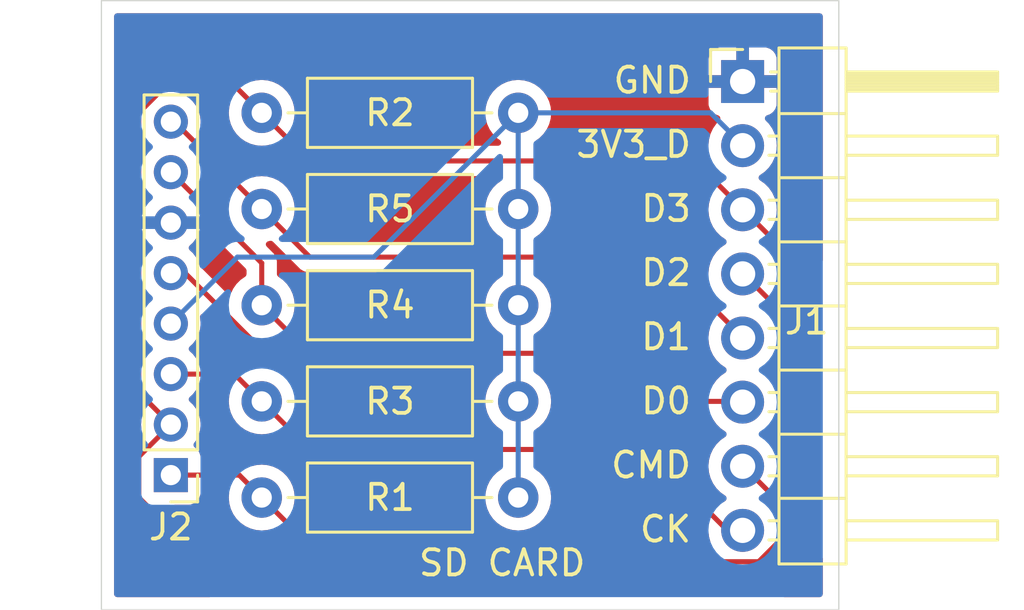
<source format=kicad_pcb>
(kicad_pcb (version 20240108) (generator "pcbnew") (generator_version "8.0")
  (layers (0 "F.Cu" signal) (31 "B.Cu" signal) (34 "B.Paste" user) (35 "F.Paste" user) (36 "B.SilkS" user "B.Silkscreen") (37 "F.SilkS" user "F.Silkscreen") (38 "B.Mask" user) (39 "F.Mask" user) (44 "Edge.Cuts" user))
  (net 0 "")
  (net 1 "SDMMC1_CMD")
  (net 2 "SDMMC1_D1")
  (net 3 "GND")
  (net 4 "SDMMC1_D0")
  (net 5 "SDMMC1_CK")
  (net 6 "SDMMC1_D3")
  (net 7 "SDMMC1_D2")
  (net 8 "3V3_D")
  (footprint "Resistor_THT:R_Axial_DIN0207_L6.3mm_D2.5mm_P10.16mm_Horizontal" (layer "F.Cu") (at 105.41 78.74)
    (property "Reference" "R5" (at 5.08 0 0) (layer "F.SilkS"))
    (property "Value" "47KΩ")
    (fp_line (start 1.04 0) (end 1.81 0) (stroke (width 0.12)) (layer "F.SilkS"))
    (fp_line (start 1.81 -1.37) (end 1.81 1.37) (stroke (width 0.12)) (layer "F.SilkS"))
    (fp_line (start 1.81 1.37) (end 8.35 1.37) (stroke (width 0.12)) (layer "F.SilkS"))
    (fp_line (start 8.35 -1.37) (end 1.81 -1.37) (stroke (width 0.12)) (layer "F.SilkS"))
    (fp_line (start 8.35 1.37) (end 8.35 -1.37) (stroke (width 0.12)) (layer "F.SilkS"))
    (fp_line (start 9.12 0) (end 8.35 0) (stroke (width 0.12)) (layer "F.SilkS"))
    (pad "1" thru_hole circle (at 0 0) (size 1.6 1.6) (drill 0.8) (layers "*.Cu" "*.Mask") (net 2 "SDMMC1_D1"))
    (pad "2" thru_hole oval (at 10.16 0) (size 1.6 1.6) (drill 0.8) (layers "*.Cu" "*.Mask") (net 8 "3V3_D"))
  )
  (footprint "Connector_PinHeader_2.00mm:PinHeader_1x08_P2.00mm_Vertical" (layer "F.Cu") (at 101.81 89.28 180)
    (property "Reference" "J2" (at 0 -2.06 180) (layer "F.SilkS"))
    (property "Value" "Conn_01x08_Male")
    (fp_line (start 1.06 1) (end 1.06 15.06) (stroke (width 0.12)) (layer "F.SilkS"))
    (fp_line (start -1.06 15.06) (end 1.06 15.06) (stroke (width 0.12)) (layer "F.SilkS"))
    (fp_line (start -1.06 1) (end 1.06 1) (stroke (width 0.12)) (layer "F.SilkS"))
    (fp_line (start -1.06 1) (end -1.06 15.06) (stroke (width 0.12)) (layer "F.SilkS"))
    (fp_line (start -1.06 0) (end -1.06 -1.06) (stroke (width 0.12)) (layer "F.SilkS"))
    (fp_line (start -1.06 -1.06) (end 0 -1.06) (stroke (width 0.12)) (layer "F.SilkS"))
    (pad "1" thru_hole rect (at 0 0 180) (size 1.35 1.35) (drill 0.8) (layers "*.Cu" "*.Mask") (net 7 "SDMMC1_D2"))
    (pad "2" thru_hole oval (at 0 2 180) (size 1.35 1.35) (drill 0.8) (layers "*.Cu" "*.Mask") (net 6 "SDMMC1_D3"))
    (pad "3" thru_hole oval (at 0 4 180) (size 1.35 1.35) (drill 0.8) (layers "*.Cu" "*.Mask") (net 1 "SDMMC1_CMD"))
    (pad "4" thru_hole oval (at 0 6 180) (size 1.35 1.35) (drill 0.8) (layers "*.Cu" "*.Mask") (net 8 "3V3_D"))
    (pad "5" thru_hole oval (at 0 8 180) (size 1.35 1.35) (drill 0.8) (layers "*.Cu" "*.Mask") (net 5 "SDMMC1_CK"))
    (pad "6" thru_hole oval (at 0 10 180) (size 1.35 1.35) (drill 0.8) (layers "*.Cu" "*.Mask") (net 3 "GND"))
    (pad "7" thru_hole oval (at 0 12 180) (size 1.35 1.35) (drill 0.8) (layers "*.Cu" "*.Mask") (net 4 "SDMMC1_D0"))
    (pad "8" thru_hole oval (at 0 14 180) (size 1.35 1.35) (drill 0.8) (layers "*.Cu" "*.Mask") (net 2 "SDMMC1_D1"))
  )
  (footprint "Resistor_THT:R_Axial_DIN0207_L6.3mm_D2.5mm_P10.16mm_Horizontal" (layer "F.Cu") (at 105.41 90.17)
    (property "Reference" "R1" (at 5.08 0 0) (layer "F.SilkS"))
    (property "Value" "47KΩ")
    (fp_line (start 1.04 0) (end 1.81 0) (stroke (width 0.12)) (layer "F.SilkS"))
    (fp_line (start 1.81 -1.37) (end 1.81 1.37) (stroke (width 0.12)) (layer "F.SilkS"))
    (fp_line (start 1.81 1.37) (end 8.35 1.37) (stroke (width 0.12)) (layer "F.SilkS"))
    (fp_line (start 8.35 -1.37) (end 1.81 -1.37) (stroke (width 0.12)) (layer "F.SilkS"))
    (fp_line (start 8.35 1.37) (end 8.35 -1.37) (stroke (width 0.12)) (layer "F.SilkS"))
    (fp_line (start 9.12 0) (end 8.35 0) (stroke (width 0.12)) (layer "F.SilkS"))
    (pad "1" thru_hole circle (at 0 0) (size 1.6 1.6) (drill 0.8) (layers "*.Cu" "*.Mask") (net 7 "SDMMC1_D2"))
    (pad "2" thru_hole oval (at 10.16 0) (size 1.6 1.6) (drill 0.8) (layers "*.Cu" "*.Mask") (net 8 "3V3_D"))
  )
  (footprint "Resistor_THT:R_Axial_DIN0207_L6.3mm_D2.5mm_P10.16mm_Horizontal" (layer "F.Cu") (at 105.41 82.55)
    (property "Reference" "R4" (at 5.08 0 0) (layer "F.SilkS"))
    (property "Value" "47KΩ")
    (fp_line (start 1.04 0) (end 1.81 0) (stroke (width 0.12)) (layer "F.SilkS"))
    (fp_line (start 1.81 -1.37) (end 1.81 1.37) (stroke (width 0.12)) (layer "F.SilkS"))
    (fp_line (start 1.81 1.37) (end 8.35 1.37) (stroke (width 0.12)) (layer "F.SilkS"))
    (fp_line (start 8.35 -1.37) (end 1.81 -1.37) (stroke (width 0.12)) (layer "F.SilkS"))
    (fp_line (start 8.35 1.37) (end 8.35 -1.37) (stroke (width 0.12)) (layer "F.SilkS"))
    (fp_line (start 9.12 0) (end 8.35 0) (stroke (width 0.12)) (layer "F.SilkS"))
    (pad "1" thru_hole circle (at 0 0) (size 1.6 1.6) (drill 0.8) (layers "*.Cu" "*.Mask") (net 4 "SDMMC1_D0"))
    (pad "2" thru_hole oval (at 10.16 0) (size 1.6 1.6) (drill 0.8) (layers "*.Cu" "*.Mask") (net 8 "3V3_D"))
  )
  (footprint "Resistor_THT:R_Axial_DIN0207_L6.3mm_D2.5mm_P10.16mm_Horizontal" (layer "F.Cu") (at 105.41 86.36)
    (property "Reference" "R3" (at 5.08 0 0) (layer "F.SilkS"))
    (property "Value" "47KΩ")
    (fp_line (start 1.04 0) (end 1.81 0) (stroke (width 0.12)) (layer "F.SilkS"))
    (fp_line (start 1.81 -1.37) (end 1.81 1.37) (stroke (width 0.12)) (layer "F.SilkS"))
    (fp_line (start 1.81 1.37) (end 8.35 1.37) (stroke (width 0.12)) (layer "F.SilkS"))
    (fp_line (start 8.35 -1.37) (end 1.81 -1.37) (stroke (width 0.12)) (layer "F.SilkS"))
    (fp_line (start 8.35 1.37) (end 8.35 -1.37) (stroke (width 0.12)) (layer "F.SilkS"))
    (fp_line (start 9.12 0) (end 8.35 0) (stroke (width 0.12)) (layer "F.SilkS"))
    (pad "1" thru_hole circle (at 0 0) (size 1.6 1.6) (drill 0.8) (layers "*.Cu" "*.Mask") (net 1 "SDMMC1_CMD"))
    (pad "2" thru_hole oval (at 10.16 0) (size 1.6 1.6) (drill 0.8) (layers "*.Cu" "*.Mask") (net 8 "3V3_D"))
  )
  (footprint "Connector_PinHeader_2.54mm:PinHeader_1x08_P2.54mm_Horizontal" (layer "F.Cu") (at 124.46 73.69)
    (property "Reference" "J1" (at 2.54 9.495 0) (layer "F.SilkS"))
    (property "Value" "Conn_01x08_Male")
    (fp_line (start -1.27 -1.27) (end 0 -1.27) (stroke (width 0.12)) (layer "F.SilkS"))
    (fp_line (start -1.27 0) (end -1.27 -1.27) (stroke (width 0.12)) (layer "F.SilkS"))
    (fp_line (start 1.042929 2.16) (end 1.44 2.16) (stroke (width 0.12)) (layer "F.SilkS"))
    (fp_line (start 1.042929 2.92) (end 1.44 2.92) (stroke (width 0.12)) (layer "F.SilkS"))
    (fp_line (start 1.042929 4.7) (end 1.44 4.7) (stroke (width 0.12)) (layer "F.SilkS"))
    (fp_line (start 1.042929 5.46) (end 1.44 5.46) (stroke (width 0.12)) (layer "F.SilkS"))
    (fp_line (start 1.042929 7.24) (end 1.44 7.24) (stroke (width 0.12)) (layer "F.SilkS"))
    (fp_line (start 1.042929 8) (end 1.44 8) (stroke (width 0.12)) (layer "F.SilkS"))
    (fp_line (start 1.042929 9.78) (end 1.44 9.78) (stroke (width 0.12)) (layer "F.SilkS"))
    (fp_line (start 1.042929 10.54) (end 1.44 10.54) (stroke (width 0.12)) (layer "F.SilkS"))
    (fp_line (start 1.042929 12.32) (end 1.44 12.32) (stroke (width 0.12)) (layer "F.SilkS"))
    (fp_line (start 1.042929 13.08) (end 1.44 13.08) (stroke (width 0.12)) (layer "F.SilkS"))
    (fp_line (start 1.042929 14.86) (end 1.44 14.86) (stroke (width 0.12)) (layer "F.SilkS"))
    (fp_line (start 1.042929 15.62) (end 1.44 15.62) (stroke (width 0.12)) (layer "F.SilkS"))
    (fp_line (start 1.042929 17.4) (end 1.44 17.4) (stroke (width 0.12)) (layer "F.SilkS"))
    (fp_line (start 1.042929 18.16) (end 1.44 18.16) (stroke (width 0.12)) (layer "F.SilkS"))
    (fp_line (start 1.11 -0.38) (end 1.44 -0.38) (stroke (width 0.12)) (layer "F.SilkS"))
    (fp_line (start 1.11 0.38) (end 1.44 0.38) (stroke (width 0.12)) (layer "F.SilkS"))
    (fp_line (start 1.44 -1.33) (end 1.44 19.11) (stroke (width 0.12)) (layer "F.SilkS"))
    (fp_line (start 1.44 1.27) (end 4.1 1.27) (stroke (width 0.12)) (layer "F.SilkS"))
    (fp_line (start 1.44 3.81) (end 4.1 3.81) (stroke (width 0.12)) (layer "F.SilkS"))
    (fp_line (start 1.44 6.35) (end 4.1 6.35) (stroke (width 0.12)) (layer "F.SilkS"))
    (fp_line (start 1.44 8.89) (end 4.1 8.89) (stroke (width 0.12)) (layer "F.SilkS"))
    (fp_line (start 1.44 11.43) (end 4.1 11.43) (stroke (width 0.12)) (layer "F.SilkS"))
    (fp_line (start 1.44 13.97) (end 4.1 13.97) (stroke (width 0.12)) (layer "F.SilkS"))
    (fp_line (start 1.44 16.51) (end 4.1 16.51) (stroke (width 0.12)) (layer "F.SilkS"))
    (fp_line (start 1.44 19.11) (end 4.1 19.11) (stroke (width 0.12)) (layer "F.SilkS"))
    (fp_line (start 4.1 -1.33) (end 1.44 -1.33) (stroke (width 0.12)) (layer "F.SilkS"))
    (fp_line (start 4.1 -0.38) (end 10.1 -0.38) (stroke (width 0.12)) (layer "F.SilkS"))
    (fp_line (start 4.1 -0.32) (end 10.1 -0.32) (stroke (width 0.12)) (layer "F.SilkS"))
    (fp_line (start 4.1 -0.2) (end 10.1 -0.2) (stroke (width 0.12)) (layer "F.SilkS"))
    (fp_line (start 4.1 -0.08) (end 10.1 -0.08) (stroke (width 0.12)) (layer "F.SilkS"))
    (fp_line (start 4.1 0.04) (end 10.1 0.04) (stroke (width 0.12)) (layer "F.SilkS"))
    (fp_line (start 4.1 0.16) (end 10.1 0.16) (stroke (width 0.12)) (layer "F.SilkS"))
    (fp_line (start 4.1 0.28) (end 10.1 0.28) (stroke (width 0.12)) (layer "F.SilkS"))
    (fp_line (start 4.1 2.16) (end 10.1 2.16) (stroke (width 0.12)) (layer "F.SilkS"))
    (fp_line (start 4.1 4.7) (end 10.1 4.7) (stroke (width 0.12)) (layer "F.SilkS"))
    (fp_line (start 4.1 7.24) (end 10.1 7.24) (stroke (width 0.12)) (layer "F.SilkS"))
    (fp_line (start 4.1 9.78) (end 10.1 9.78) (stroke (width 0.12)) (layer "F.SilkS"))
    (fp_line (start 4.1 12.32) (end 10.1 12.32) (stroke (width 0.12)) (layer "F.SilkS"))
    (fp_line (start 4.1 14.86) (end 10.1 14.86) (stroke (width 0.12)) (layer "F.SilkS"))
    (fp_line (start 4.1 17.4) (end 10.1 17.4) (stroke (width 0.12)) (layer "F.SilkS"))
    (fp_line (start 4.1 19.11) (end 4.1 -1.33) (stroke (width 0.12)) (layer "F.SilkS"))
    (fp_line (start 10.1 -0.38) (end 10.1 0.38) (stroke (width 0.12)) (layer "F.SilkS"))
    (fp_line (start 10.1 0.38) (end 4.1 0.38) (stroke (width 0.12)) (layer "F.SilkS"))
    (fp_line (start 10.1 2.16) (end 10.1 2.92) (stroke (width 0.12)) (layer "F.SilkS"))
    (fp_line (start 10.1 2.92) (end 4.1 2.92) (stroke (width 0.12)) (layer "F.SilkS"))
    (fp_line (start 10.1 4.7) (end 10.1 5.46) (stroke (width 0.12)) (layer "F.SilkS"))
    (fp_line (start 10.1 5.46) (end 4.1 5.46) (stroke (width 0.12)) (layer "F.SilkS"))
    (fp_line (start 10.1 7.24) (end 10.1 8) (stroke (width 0.12)) (layer "F.SilkS"))
    (fp_line (start 10.1 8) (end 4.1 8) (stroke (width 0.12)) (layer "F.SilkS"))
    (fp_line (start 10.1 9.78) (end 10.1 10.54) (stroke (width 0.12)) (layer "F.SilkS"))
    (fp_line (start 10.1 10.54) (end 4.1 10.54) (stroke (width 0.12)) (layer "F.SilkS"))
    (fp_line (start 10.1 12.32) (end 10.1 13.08) (stroke (width 0.12)) (layer "F.SilkS"))
    (fp_line (start 10.1 13.08) (end 4.1 13.08) (stroke (width 0.12)) (layer "F.SilkS"))
    (fp_line (start 10.1 14.86) (end 10.1 15.62) (stroke (width 0.12)) (layer "F.SilkS"))
    (fp_line (start 10.1 15.62) (end 4.1 15.62) (stroke (width 0.12)) (layer "F.SilkS"))
    (fp_line (start 10.1 17.4) (end 10.1 18.16) (stroke (width 0.12)) (layer "F.SilkS"))
    (fp_line (start 10.1 18.16) (end 4.1 18.16) (stroke (width 0.12)) (layer "F.SilkS"))
    (pad "1" thru_hole rect (at 0 0) (size 1.7 1.7) (drill 1) (layers "*.Cu" "*.Mask") (net 3 "GND"))
    (pad "2" thru_hole oval (at 0 2.54) (size 1.7 1.7) (drill 1) (layers "*.Cu" "*.Mask") (net 8 "3V3_D"))
    (pad "3" thru_hole oval (at 0 5.08) (size 1.7 1.7) (drill 1) (layers "*.Cu" "*.Mask") (net 6 "SDMMC1_D3"))
    (pad "4" thru_hole oval (at 0 7.62) (size 1.7 1.7) (drill 1) (layers "*.Cu" "*.Mask") (net 7 "SDMMC1_D2"))
    (pad "5" thru_hole oval (at 0 10.16) (size 1.7 1.7) (drill 1) (layers "*.Cu" "*.Mask") (net 2 "SDMMC1_D1"))
    (pad "6" thru_hole oval (at 0 12.7) (size 1.7 1.7) (drill 1) (layers "*.Cu" "*.Mask") (net 4 "SDMMC1_D0"))
    (pad "7" thru_hole oval (at 0 15.24) (size 1.7 1.7) (drill 1) (layers "*.Cu" "*.Mask") (net 1 "SDMMC1_CMD"))
    (pad "8" thru_hole oval (at 0 17.78) (size 1.7 1.7) (drill 1) (layers "*.Cu" "*.Mask") (net 5 "SDMMC1_CK"))
  )
  (footprint "Resistor_THT:R_Axial_DIN0207_L6.3mm_D2.5mm_P10.16mm_Horizontal" (layer "F.Cu") (at 105.41 74.93)
    (property "Reference" "R2" (at 5.08 0 0) (layer "F.SilkS"))
    (property "Value" "47KΩ")
    (fp_line (start 1.04 0) (end 1.81 0) (stroke (width 0.12)) (layer "F.SilkS"))
    (fp_line (start 1.81 -1.37) (end 1.81 1.37) (stroke (width 0.12)) (layer "F.SilkS"))
    (fp_line (start 1.81 1.37) (end 8.35 1.37) (stroke (width 0.12)) (layer "F.SilkS"))
    (fp_line (start 8.35 -1.37) (end 1.81 -1.37) (stroke (width 0.12)) (layer "F.SilkS"))
    (fp_line (start 8.35 1.37) (end 8.35 -1.37) (stroke (width 0.12)) (layer "F.SilkS"))
    (fp_line (start 9.12 0) (end 8.35 0) (stroke (width 0.12)) (layer "F.SilkS"))
    (pad "1" thru_hole circle (at 0 0) (size 1.6 1.6) (drill 0.8) (layers "*.Cu" "*.Mask") (net 6 "SDMMC1_D3"))
    (pad "2" thru_hole oval (at 10.16 0) (size 1.6 1.6) (drill 0.8) (layers "*.Cu" "*.Mask") (net 8 "3V3_D"))
  )
  (gr_rect (start 99.06 70.485) (end 128.27 94.615) (stroke (width 0.05)) (fill none) (layer "Edge.Cuts"))
  (gr_text "D0" (at 120.352619 86.928499 0) (layer "F.SilkS") (effects (font (size 1 1)) (justify left bottom)))
  (gr_text "SD CARD" (at 114.935 93.345 0) (layer "F.SilkS") (effects (font (size 1 1)) (justify bottom)))
  (gr_text "CMD" (at 119.162143 89.468499 0) (layer "F.SilkS") (effects (font (size 1 1)) (justify left bottom)))
  (gr_text "D1" (at 120.352619 84.388499 0) (layer "F.SilkS") (effects (font (size 1 1)) (justify left bottom)))
  (gr_text "CK" (at 120.305 92.0085 0) (layer "F.SilkS") (effects (font (size 1 1)) (justify left bottom)))
  (gr_text "D3" (at 120.352619 79.308499 0) (layer "F.SilkS") (effects (font (size 1 1)) (justify left bottom)))
  (gr_text "3V3_D" (at 117.78119 76.7685 0) (layer "F.SilkS") (effects (font (size 1 1)) (justify left bottom)))
  (gr_text "GND" (at 119.257381 74.228499 0) (layer "F.SilkS") (effects (font (size 1 1)) (justify left bottom)))
  (gr_text "D2" (at 120.352619 81.848499 0) (layer "F.SilkS") (effects (font (size 1 1)) (justify left bottom)))
  (segment (start 105.41 86.36) (end 104.33 85.28) (width 0.2) (layer "F.Cu") (net 1))
  (segment (start 102.44 85.28) (end 101.81 85.28) (width 0.2) (layer "F.Cu") (net 1))
  (segment (start 104.33 85.28) (end 101.81 85.28) (width 0.2) (layer "F.Cu") (net 1))
  (segment (start 111.76 92.71) (end 105.41 86.36) (width 0.2) (layer "F.Cu") (net 1))
  (segment (start 126.2 90.64) (end 126.2 91.605) (width 0.2) (layer "F.Cu") (net 1))
  (segment (start 125.095 92.71) (end 111.76 92.71) (width 0.2) (layer "F.Cu") (net 1))
  (segment (start 124.46 88.9) (end 126.2 90.64) (width 0.2) (layer "F.Cu") (net 1))
  (segment (start 126.2 91.605) (end 125.095 92.71) (width 0.2) (layer "F.Cu") (net 1))
  (segment (start 101.95 75.28) (end 101.81 75.28) (width 0.2) (layer "F.Cu") (net 2))
  (segment (start 124.46 83.82) (end 121.285 80.645) (width 0.2) (layer "F.Cu") (net 2))
  (segment (start 105.41 78.74) (end 101.95 75.28) (width 0.2) (layer "F.Cu") (net 2))
  (segment (start 107.315 80.645) (end 105.41 78.74) (width 0.2) (layer "F.Cu") (net 2))
  (segment (start 124.46 83.82) (end 124.444365 83.82) (width 0.2) (layer "F.Cu") (net 2))
  (segment (start 121.285 80.645) (end 107.315 80.645) (width 0.2) (layer "F.Cu") (net 2))
  (segment (start 124.46 86.36) (end 122.934365 86.36) (width 0.2) (layer "F.Cu") (net 4))
  (segment (start 122.934365 86.36) (end 121.029365 84.455) (width 0.2) (layer "F.Cu") (net 4))
  (segment (start 107.315 84.455) (end 105.41 82.55) (width 0.2) (layer "F.Cu") (net 4))
  (segment (start 121.029365 84.455) (end 107.315 84.455) (width 0.2) (layer "F.Cu") (net 4))
  (segment (start 105.41 80.88) (end 105.41 82.55) (width 0.2) (layer "F.Cu") (net 4))
  (segment (start 101.81 77.28) (end 105.41 80.88) (width 0.2) (layer "F.Cu") (net 4))
  (segment (start 120.65 88.265) (end 109.360686 88.265) (width 0.2) (layer "F.Cu") (net 5))
  (segment (start 102.375686 81.28) (end 101.81 81.28) (width 0.2) (layer "F.Cu") (net 5))
  (segment (start 124.46 91.44) (end 123.825 91.44) (width 0.2) (layer "F.Cu") (net 5))
  (segment (start 109.360686 88.265) (end 102.375686 81.28) (width 0.2) (layer "F.Cu") (net 5))
  (segment (start 123.825 91.44) (end 120.65 88.265) (width 0.2) (layer "F.Cu") (net 5))
  (segment (start 100.54 86.01) (end 101.81 87.28) (width 0.2) (layer "F.Cu") (net 6))
  (segment (start 104.14 73.66) (end 101.81 73.66) (width 0.2) (layer "F.Cu") (net 6))
  (segment (start 105.41 93.51) (end 103.88 93.51) (width 0.2) (layer "F.Cu") (net 6))
  (segment (start 100.54 90.17) (end 100.54 88.55) (width 0.2) (layer "F.Cu") (net 6))
  (segment (start 127 92.075) (end 125.565 93.51) (width 0.2) (layer "F.Cu") (net 6))
  (segment (start 107.315 76.835) (end 122.555 76.835) (width 0.2) (layer "F.Cu") (net 6))
  (segment (start 100.54 88.55) (end 101.81 87.28) (width 0.2) (layer "F.Cu") (net 6))
  (segment (start 101.81 73.66) (end 100.54 74.93) (width 0.2) (layer "F.Cu") (net 6))
  (segment (start 100.54 74.93) (end 100.54 86.01) (width 0.2) (layer "F.Cu") (net 6))
  (segment (start 125.565 93.51) (end 105.15 93.51) (width 0.2) (layer "F.Cu") (net 6))
  (segment (start 103.88 93.51) (end 100.54 90.17) (width 0.2) (layer "F.Cu") (net 6))
  (segment (start 127 81.28) (end 127 92.075) (width 0.2) (layer "F.Cu") (net 6))
  (segment (start 105.41 74.93) (end 104.14 73.66) (width 0.2) (layer "F.Cu") (net 6))
  (segment (start 105.41 74.93) (end 107.315 76.835) (width 0.2) (layer "F.Cu") (net 6))
  (segment (start 122.555 76.835) (end 127 81.28) (width 0.2) (layer "F.Cu") (net 6))
  (segment (start 124.46 81.28) (end 126.6 83.42) (width 0.2) (layer "F.Cu") (net 7))
  (segment (start 108.35 93.11) (end 105.41 90.17) (width 0.2) (layer "F.Cu") (net 7))
  (segment (start 126.6 83.42) (end 126.6 91.84) (width 0.2) (layer "F.Cu") (net 7))
  (segment (start 104.52 89.28) (end 101.81 89.28) (width 0.2) (layer "F.Cu") (net 7))
  (segment (start 125.33 93.11) (end 108.35 93.11) (width 0.2) (layer "F.Cu") (net 7))
  (segment (start 126.6 91.84) (end 125.33 93.11) (width 0.2) (layer "F.Cu") (net 7))
  (segment (start 105.41 90.17) (end 104.52 89.28) (width 0.2) (layer "F.Cu") (net 7))
  (segment (start 115.57 82.55) (end 115.57 86.36) (width 0.2) (layer "B.Cu") (net 8))
  (segment (start 115.57 74.93) (end 115.57 78.74) (width 0.2) (layer "B.Cu") (net 8))
  (segment (start 115.57 78.74) (end 115.57 82.55) (width 0.2) (layer "B.Cu") (net 8))
  (segment (start 109.855 80.645) (end 104.445 80.645) (width 0.2) (layer "B.Cu") (net 8))
  (segment (start 123.19 74.93) (end 115.57 74.93) (width 0.2) (layer "B.Cu") (net 8))
  (segment (start 104.445 80.645) (end 101.81 83.28) (width 0.2) (layer "B.Cu") (net 8))
  (segment (start 115.57 74.93) (end 109.855 80.645) (width 0.2) (layer "B.Cu") (net 8))
  (segment (start 124.46 76.2) (end 123.19 74.93) (width 0.2) (layer "B.Cu") (net 8))
  (segment (start 115.57 86.36) (end 115.57 90.41) (width 0.2) (layer "B.Cu") (net 8))
  (zone (net 3) (net_name "GND") (layer "F.Cu") (connect_pads (clearance 0.5)) (min_thickness 0.25) (fill yes (thermal_gap 0.5) (thermal_bridge_width 0.5) (island_removal_mode 2) (island_area_min 1))
    (polygon (pts (xy 127.635 94.615) (xy 127.635 70.485) (xy 99.06 70.485) (xy 99.06 94.615)))
  )
  (zone (net 3) (net_name "GND") (layer "B.Cu") (priority 1) (connect_pads (clearance 0.5)) (min_thickness 0.25) (fill yes (thermal_gap 0.5) (thermal_bridge_width 0.5) (island_removal_mode 2) (island_area_min 1))
    (polygon (pts (xy 127.635 94.615) (xy 127.635 70.485) (xy 99.06 70.485) (xy 99.06 94.615)))
  )
)
</source>
